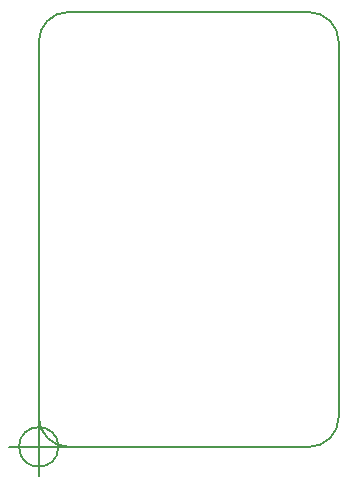
<source format=gm1>
G04 #@! TF.GenerationSoftware,KiCad,Pcbnew,7.0.5-0*
G04 #@! TF.CreationDate,2024-01-10T22:08:28+09:00*
G04 #@! TF.ProjectId,Misawa_DistanceSensor,4d697361-7761-45f4-9469-7374616e6365,v0.3*
G04 #@! TF.SameCoordinates,Original*
G04 #@! TF.FileFunction,Profile,NP*
%FSLAX46Y46*%
G04 Gerber Fmt 4.6, Leading zero omitted, Abs format (unit mm)*
G04 Created by KiCad (PCBNEW 7.0.5-0) date 2024-01-10 22:08:28*
%MOMM*%
%LPD*%
G01*
G04 APERTURE LIST*
G04 #@! TA.AperFunction,Profile*
%ADD10C,0.150000*%
G04 #@! TD*
G04 APERTURE END LIST*
D10*
X126860000Y-133000000D02*
G75*
G03*
X129400000Y-130460000I0J2540000D01*
G01*
X106540000Y-96170000D02*
G75*
G03*
X104000000Y-98710000I0J-2540000D01*
G01*
X106540000Y-133000000D02*
X126860000Y-133000000D01*
X104000000Y-130460000D02*
G75*
G03*
X106540000Y-133000000I2540000J0D01*
G01*
X129400000Y-130460000D02*
X129398258Y-98710000D01*
X129398258Y-98710000D02*
G75*
G03*
X126860000Y-96171742I-2538258J0D01*
G01*
X126860000Y-96171742D02*
X106540000Y-96170000D01*
X104000000Y-98710000D02*
X104000000Y-130460000D01*
X105666666Y-133000000D02*
G75*
G03*
X105666666Y-133000000I-1666666J0D01*
G01*
X101500000Y-133000000D02*
X106500000Y-133000000D01*
X104000000Y-130500000D02*
X104000000Y-135500000D01*
M02*

</source>
